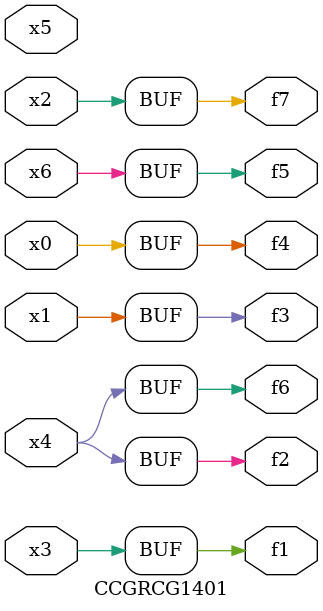
<source format=v>
module CCGRCG1401(
	input x0, x1, x2, x3, x4, x5, x6,
	output f1, f2, f3, f4, f5, f6, f7
);
	assign f1 = x3;
	assign f2 = x4;
	assign f3 = x1;
	assign f4 = x0;
	assign f5 = x6;
	assign f6 = x4;
	assign f7 = x2;
endmodule

</source>
